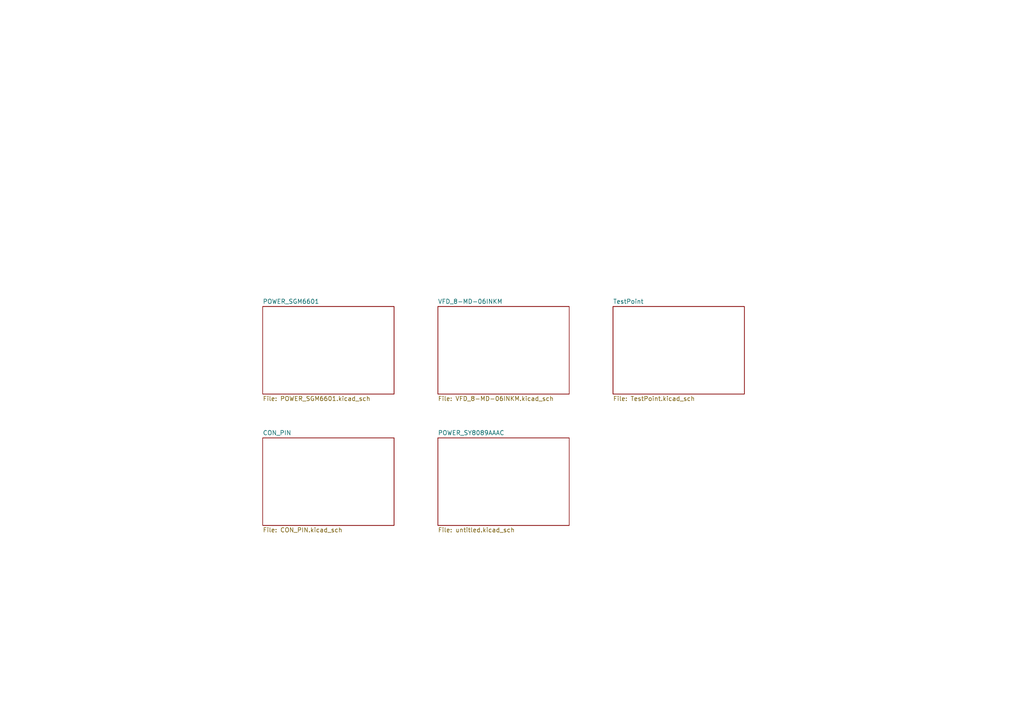
<source format=kicad_sch>
(kicad_sch (version 20230121) (generator eeschema)

  (uuid cceb3d39-99f1-4cc7-aa1d-f414cbebc8ea)

  (paper "A4")

  (title_block
    (title "ChronoVolt")
    (date "2023-10-07")
    (rev "0.1")
    (company "Final Resolution")
  )

  (lib_symbols
  )


  (sheet (at 76.2 127) (size 38.1 25.4) (fields_autoplaced)
    (stroke (width 0.1524) (type solid))
    (fill (color 0 0 0 0.0000))
    (uuid 39044c51-42a7-4639-bd22-46a13417ca59)
    (property "Sheetname" "CON_PIN" (at 76.2 126.2884 0)
      (effects (font (size 1.27 1.27)) (justify left bottom))
    )
    (property "Sheetfile" "CON_PIN.kicad_sch" (at 76.2 152.9846 0)
      (effects (font (size 1.27 1.27)) (justify left top))
    )
    (instances
      (project "ChronoVolt_Display"
        (path "/cceb3d39-99f1-4cc7-aa1d-f414cbebc8ea" (page "5"))
      )
    )
  )

  (sheet (at 177.8 88.9) (size 38.1 25.4) (fields_autoplaced)
    (stroke (width 0.1524) (type solid))
    (fill (color 0 0 0 0.0000))
    (uuid 3f8f4fb8-0000-4470-9a78-22eb5d7259c1)
    (property "Sheetname" "TestPoint" (at 177.8 88.1884 0)
      (effects (font (size 1.27 1.27)) (justify left bottom))
    )
    (property "Sheetfile" "TestPoint.kicad_sch" (at 177.8 114.8846 0)
      (effects (font (size 1.27 1.27)) (justify left top))
    )
    (instances
      (project "ChronoVolt_Display"
        (path "/cceb3d39-99f1-4cc7-aa1d-f414cbebc8ea" (page "7"))
      )
    )
  )

  (sheet (at 127 88.9) (size 38.1 25.4) (fields_autoplaced)
    (stroke (width 0.1524) (type solid))
    (fill (color 0 0 0 0.0000))
    (uuid 872260ec-2da1-4b2c-a2b4-5d50ba04b659)
    (property "Sheetname" "VFD_8-MD-06INKM" (at 127 88.1884 0)
      (effects (font (size 1.27 1.27)) (justify left bottom))
    )
    (property "Sheetfile" "VFD_8-MD-06INKM.kicad_sch" (at 127 114.8846 0)
      (effects (font (size 1.27 1.27)) (justify left top))
    )
    (instances
      (project "ChronoVolt_Display"
        (path "/cceb3d39-99f1-4cc7-aa1d-f414cbebc8ea" (page "2"))
      )
    )
  )

  (sheet (at 76.2 88.9) (size 38.1 25.4) (fields_autoplaced)
    (stroke (width 0.1524) (type solid))
    (fill (color 0 0 0 0.0000))
    (uuid b093c988-cfbb-4967-acff-4c3e523ec5a1)
    (property "Sheetname" "POWER_SGM6601" (at 76.2 88.1884 0)
      (effects (font (size 1.27 1.27)) (justify left bottom))
    )
    (property "Sheetfile" "POWER_SGM6601.kicad_sch" (at 76.2 114.8846 0)
      (effects (font (size 1.27 1.27)) (justify left top))
    )
    (instances
      (project "ChronoVolt_Display"
        (path "/cceb3d39-99f1-4cc7-aa1d-f414cbebc8ea" (page "3"))
      )
    )
  )

  (sheet (at 127 127) (size 38.1 25.4) (fields_autoplaced)
    (stroke (width 0.1524) (type solid))
    (fill (color 0 0 0 0.0000))
    (uuid e8497551-2c98-4d09-a15f-05316c8368fe)
    (property "Sheetname" "POWER_SY8089AAAC" (at 127 126.2884 0)
      (effects (font (size 1.27 1.27)) (justify left bottom))
    )
    (property "Sheetfile" "untitled.kicad_sch" (at 127 152.9846 0)
      (effects (font (size 1.27 1.27)) (justify left top))
    )
    (instances
      (project "ChronoVolt_Display"
        (path "/cceb3d39-99f1-4cc7-aa1d-f414cbebc8ea" (page "6"))
      )
    )
  )

  (sheet_instances
    (path "/" (page "1"))
  )
)

</source>
